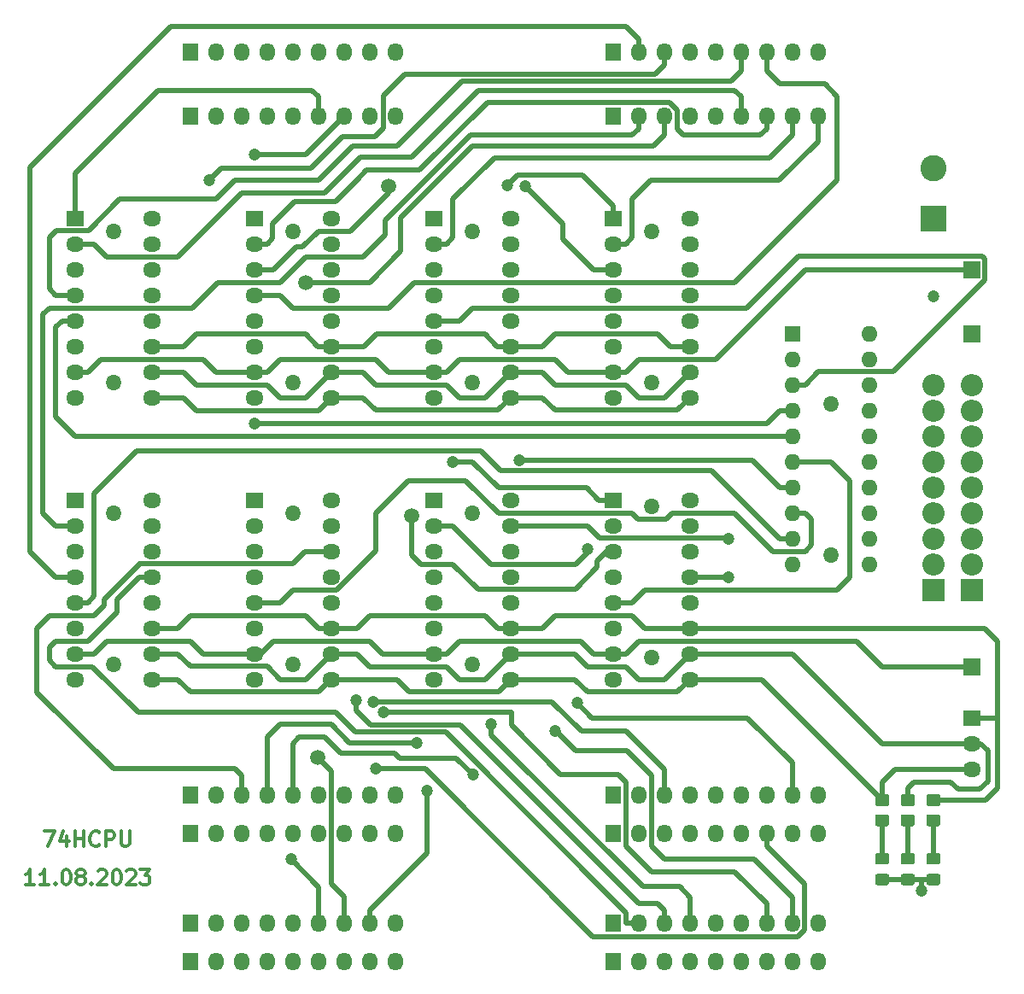
<source format=gbr>
%TF.GenerationSoftware,KiCad,Pcbnew,(5.1.8)-1*%
%TF.CreationDate,2023-08-11T23:22:33+03:00*%
%TF.ProjectId,MUX8x1-v5,4d555838-7831-42d7-9635-2e6b69636164,rev?*%
%TF.SameCoordinates,Original*%
%TF.FileFunction,Copper,L1,Top*%
%TF.FilePolarity,Positive*%
%FSLAX46Y46*%
G04 Gerber Fmt 4.6, Leading zero omitted, Abs format (unit mm)*
G04 Created by KiCad (PCBNEW (5.1.8)-1) date 2023-08-11 23:22:33*
%MOMM*%
%LPD*%
G01*
G04 APERTURE LIST*
%TA.AperFunction,NonConductor*%
%ADD10C,0.300000*%
%TD*%
%TA.AperFunction,ComponentPad*%
%ADD11R,1.700000X1.700000*%
%TD*%
%TA.AperFunction,ComponentPad*%
%ADD12O,1.500000X1.600000*%
%TD*%
%TA.AperFunction,ComponentPad*%
%ADD13O,1.600000X1.600000*%
%TD*%
%TA.AperFunction,ComponentPad*%
%ADD14R,1.600000X1.600000*%
%TD*%
%TA.AperFunction,ComponentPad*%
%ADD15O,2.200000X2.200000*%
%TD*%
%TA.AperFunction,ComponentPad*%
%ADD16R,2.200000X2.200000*%
%TD*%
%TA.AperFunction,ComponentPad*%
%ADD17O,1.500000X1.800000*%
%TD*%
%TA.AperFunction,ComponentPad*%
%ADD18R,1.500000X1.800000*%
%TD*%
%TA.AperFunction,ComponentPad*%
%ADD19O,1.800000X1.500000*%
%TD*%
%TA.AperFunction,ComponentPad*%
%ADD20R,1.800000X1.500000*%
%TD*%
%TA.AperFunction,ComponentPad*%
%ADD21C,2.600000*%
%TD*%
%TA.AperFunction,ComponentPad*%
%ADD22R,2.600000X2.600000*%
%TD*%
%TA.AperFunction,ViaPad*%
%ADD23C,1.200000*%
%TD*%
%TA.AperFunction,ViaPad*%
%ADD24C,1.500000*%
%TD*%
%TA.AperFunction,Conductor*%
%ADD25C,0.500000*%
%TD*%
G04 APERTURE END LIST*
D10*
X58214285Y-125773571D02*
X57357142Y-125773571D01*
X57785714Y-125773571D02*
X57785714Y-124273571D01*
X57642857Y-124487857D01*
X57500000Y-124630714D01*
X57357142Y-124702142D01*
X59642857Y-125773571D02*
X58785714Y-125773571D01*
X59214285Y-125773571D02*
X59214285Y-124273571D01*
X59071428Y-124487857D01*
X58928571Y-124630714D01*
X58785714Y-124702142D01*
X60285714Y-125630714D02*
X60357142Y-125702142D01*
X60285714Y-125773571D01*
X60214285Y-125702142D01*
X60285714Y-125630714D01*
X60285714Y-125773571D01*
X61285714Y-124273571D02*
X61428571Y-124273571D01*
X61571428Y-124345000D01*
X61642857Y-124416428D01*
X61714285Y-124559285D01*
X61785714Y-124845000D01*
X61785714Y-125202142D01*
X61714285Y-125487857D01*
X61642857Y-125630714D01*
X61571428Y-125702142D01*
X61428571Y-125773571D01*
X61285714Y-125773571D01*
X61142857Y-125702142D01*
X61071428Y-125630714D01*
X61000000Y-125487857D01*
X60928571Y-125202142D01*
X60928571Y-124845000D01*
X61000000Y-124559285D01*
X61071428Y-124416428D01*
X61142857Y-124345000D01*
X61285714Y-124273571D01*
X62642857Y-124916428D02*
X62500000Y-124845000D01*
X62428571Y-124773571D01*
X62357142Y-124630714D01*
X62357142Y-124559285D01*
X62428571Y-124416428D01*
X62500000Y-124345000D01*
X62642857Y-124273571D01*
X62928571Y-124273571D01*
X63071428Y-124345000D01*
X63142857Y-124416428D01*
X63214285Y-124559285D01*
X63214285Y-124630714D01*
X63142857Y-124773571D01*
X63071428Y-124845000D01*
X62928571Y-124916428D01*
X62642857Y-124916428D01*
X62500000Y-124987857D01*
X62428571Y-125059285D01*
X62357142Y-125202142D01*
X62357142Y-125487857D01*
X62428571Y-125630714D01*
X62500000Y-125702142D01*
X62642857Y-125773571D01*
X62928571Y-125773571D01*
X63071428Y-125702142D01*
X63142857Y-125630714D01*
X63214285Y-125487857D01*
X63214285Y-125202142D01*
X63142857Y-125059285D01*
X63071428Y-124987857D01*
X62928571Y-124916428D01*
X63857142Y-125630714D02*
X63928571Y-125702142D01*
X63857142Y-125773571D01*
X63785714Y-125702142D01*
X63857142Y-125630714D01*
X63857142Y-125773571D01*
X64500000Y-124416428D02*
X64571428Y-124345000D01*
X64714285Y-124273571D01*
X65071428Y-124273571D01*
X65214285Y-124345000D01*
X65285714Y-124416428D01*
X65357142Y-124559285D01*
X65357142Y-124702142D01*
X65285714Y-124916428D01*
X64428571Y-125773571D01*
X65357142Y-125773571D01*
X66285714Y-124273571D02*
X66428571Y-124273571D01*
X66571428Y-124345000D01*
X66642857Y-124416428D01*
X66714285Y-124559285D01*
X66785714Y-124845000D01*
X66785714Y-125202142D01*
X66714285Y-125487857D01*
X66642857Y-125630714D01*
X66571428Y-125702142D01*
X66428571Y-125773571D01*
X66285714Y-125773571D01*
X66142857Y-125702142D01*
X66071428Y-125630714D01*
X66000000Y-125487857D01*
X65928571Y-125202142D01*
X65928571Y-124845000D01*
X66000000Y-124559285D01*
X66071428Y-124416428D01*
X66142857Y-124345000D01*
X66285714Y-124273571D01*
X67357142Y-124416428D02*
X67428571Y-124345000D01*
X67571428Y-124273571D01*
X67928571Y-124273571D01*
X68071428Y-124345000D01*
X68142857Y-124416428D01*
X68214285Y-124559285D01*
X68214285Y-124702142D01*
X68142857Y-124916428D01*
X67285714Y-125773571D01*
X68214285Y-125773571D01*
X68714285Y-124273571D02*
X69642857Y-124273571D01*
X69142857Y-124845000D01*
X69357142Y-124845000D01*
X69500000Y-124916428D01*
X69571428Y-124987857D01*
X69642857Y-125130714D01*
X69642857Y-125487857D01*
X69571428Y-125630714D01*
X69500000Y-125702142D01*
X69357142Y-125773571D01*
X68928571Y-125773571D01*
X68785714Y-125702142D01*
X68714285Y-125630714D01*
X59214285Y-120463571D02*
X60214285Y-120463571D01*
X59571428Y-121963571D01*
X61428571Y-120963571D02*
X61428571Y-121963571D01*
X61071428Y-120392142D02*
X60714285Y-121463571D01*
X61642857Y-121463571D01*
X62214285Y-121963571D02*
X62214285Y-120463571D01*
X62214285Y-121177857D02*
X63071428Y-121177857D01*
X63071428Y-121963571D02*
X63071428Y-120463571D01*
X64642857Y-121820714D02*
X64571428Y-121892142D01*
X64357142Y-121963571D01*
X64214285Y-121963571D01*
X64000000Y-121892142D01*
X63857142Y-121749285D01*
X63785714Y-121606428D01*
X63714285Y-121320714D01*
X63714285Y-121106428D01*
X63785714Y-120820714D01*
X63857142Y-120677857D01*
X64000000Y-120535000D01*
X64214285Y-120463571D01*
X64357142Y-120463571D01*
X64571428Y-120535000D01*
X64642857Y-120606428D01*
X65285714Y-121963571D02*
X65285714Y-120463571D01*
X65857142Y-120463571D01*
X66000000Y-120535000D01*
X66071428Y-120606428D01*
X66142857Y-120749285D01*
X66142857Y-120963571D01*
X66071428Y-121106428D01*
X66000000Y-121177857D01*
X65857142Y-121249285D01*
X65285714Y-121249285D01*
X66785714Y-120463571D02*
X66785714Y-121677857D01*
X66857142Y-121820714D01*
X66928571Y-121892142D01*
X67071428Y-121963571D01*
X67357142Y-121963571D01*
X67500000Y-121892142D01*
X67571428Y-121820714D01*
X67642857Y-121677857D01*
X67642857Y-120463571D01*
D11*
%TO.P,J13,1*%
%TO.N,/~EL*%
X151130000Y-104140000D03*
%TD*%
%TO.P,R6,2*%
%TO.N,/S2*%
%TA.AperFunction,SMDPad,CuDef*%
G36*
G01*
X142690001Y-117980000D02*
X141789999Y-117980000D01*
G75*
G02*
X141540000Y-117730001I0J249999D01*
G01*
X141540000Y-117029999D01*
G75*
G02*
X141789999Y-116780000I249999J0D01*
G01*
X142690001Y-116780000D01*
G75*
G02*
X142940000Y-117029999I0J-249999D01*
G01*
X142940000Y-117730001D01*
G75*
G02*
X142690001Y-117980000I-249999J0D01*
G01*
G37*
%TD.AperFunction*%
%TO.P,R6,1*%
%TO.N,Net-(D3-Pad2)*%
%TA.AperFunction,SMDPad,CuDef*%
G36*
G01*
X142690001Y-119980000D02*
X141789999Y-119980000D01*
G75*
G02*
X141540000Y-119730001I0J249999D01*
G01*
X141540000Y-119029999D01*
G75*
G02*
X141789999Y-118780000I249999J0D01*
G01*
X142690001Y-118780000D01*
G75*
G02*
X142940000Y-119029999I0J-249999D01*
G01*
X142940000Y-119730001D01*
G75*
G02*
X142690001Y-119980000I-249999J0D01*
G01*
G37*
%TD.AperFunction*%
%TD*%
%TO.P,R5,2*%
%TO.N,/S1*%
%TA.AperFunction,SMDPad,CuDef*%
G36*
G01*
X145230001Y-117980000D02*
X144329999Y-117980000D01*
G75*
G02*
X144080000Y-117730001I0J249999D01*
G01*
X144080000Y-117029999D01*
G75*
G02*
X144329999Y-116780000I249999J0D01*
G01*
X145230001Y-116780000D01*
G75*
G02*
X145480000Y-117029999I0J-249999D01*
G01*
X145480000Y-117730001D01*
G75*
G02*
X145230001Y-117980000I-249999J0D01*
G01*
G37*
%TD.AperFunction*%
%TO.P,R5,1*%
%TO.N,Net-(D2-Pad2)*%
%TA.AperFunction,SMDPad,CuDef*%
G36*
G01*
X145230001Y-119980000D02*
X144329999Y-119980000D01*
G75*
G02*
X144080000Y-119730001I0J249999D01*
G01*
X144080000Y-119029999D01*
G75*
G02*
X144329999Y-118780000I249999J0D01*
G01*
X145230001Y-118780000D01*
G75*
G02*
X145480000Y-119029999I0J-249999D01*
G01*
X145480000Y-119730001D01*
G75*
G02*
X145230001Y-119980000I-249999J0D01*
G01*
G37*
%TD.AperFunction*%
%TD*%
%TO.P,R4,2*%
%TO.N,/S0*%
%TA.AperFunction,SMDPad,CuDef*%
G36*
G01*
X147770001Y-117980000D02*
X146869999Y-117980000D01*
G75*
G02*
X146620000Y-117730001I0J249999D01*
G01*
X146620000Y-117029999D01*
G75*
G02*
X146869999Y-116780000I249999J0D01*
G01*
X147770001Y-116780000D01*
G75*
G02*
X148020000Y-117029999I0J-249999D01*
G01*
X148020000Y-117730001D01*
G75*
G02*
X147770001Y-117980000I-249999J0D01*
G01*
G37*
%TD.AperFunction*%
%TO.P,R4,1*%
%TO.N,Net-(D1-Pad2)*%
%TA.AperFunction,SMDPad,CuDef*%
G36*
G01*
X147770001Y-119980000D02*
X146869999Y-119980000D01*
G75*
G02*
X146620000Y-119730001I0J249999D01*
G01*
X146620000Y-119029999D01*
G75*
G02*
X146869999Y-118780000I249999J0D01*
G01*
X147770001Y-118780000D01*
G75*
G02*
X148020000Y-119029999I0J-249999D01*
G01*
X148020000Y-119730001D01*
G75*
G02*
X147770001Y-119980000I-249999J0D01*
G01*
G37*
%TD.AperFunction*%
%TD*%
%TO.P,D3,2*%
%TO.N,Net-(D3-Pad2)*%
%TA.AperFunction,SMDPad,CuDef*%
G36*
G01*
X142690001Y-123765000D02*
X141789999Y-123765000D01*
G75*
G02*
X141540000Y-123515001I0J249999D01*
G01*
X141540000Y-122864999D01*
G75*
G02*
X141789999Y-122615000I249999J0D01*
G01*
X142690001Y-122615000D01*
G75*
G02*
X142940000Y-122864999I0J-249999D01*
G01*
X142940000Y-123515001D01*
G75*
G02*
X142690001Y-123765000I-249999J0D01*
G01*
G37*
%TD.AperFunction*%
%TO.P,D3,1*%
%TO.N,GND*%
%TA.AperFunction,SMDPad,CuDef*%
G36*
G01*
X142690001Y-125815000D02*
X141789999Y-125815000D01*
G75*
G02*
X141540000Y-125565001I0J249999D01*
G01*
X141540000Y-124914999D01*
G75*
G02*
X141789999Y-124665000I249999J0D01*
G01*
X142690001Y-124665000D01*
G75*
G02*
X142940000Y-124914999I0J-249999D01*
G01*
X142940000Y-125565001D01*
G75*
G02*
X142690001Y-125815000I-249999J0D01*
G01*
G37*
%TD.AperFunction*%
%TD*%
%TO.P,D2,2*%
%TO.N,Net-(D2-Pad2)*%
%TA.AperFunction,SMDPad,CuDef*%
G36*
G01*
X145230001Y-123765000D02*
X144329999Y-123765000D01*
G75*
G02*
X144080000Y-123515001I0J249999D01*
G01*
X144080000Y-122864999D01*
G75*
G02*
X144329999Y-122615000I249999J0D01*
G01*
X145230001Y-122615000D01*
G75*
G02*
X145480000Y-122864999I0J-249999D01*
G01*
X145480000Y-123515001D01*
G75*
G02*
X145230001Y-123765000I-249999J0D01*
G01*
G37*
%TD.AperFunction*%
%TO.P,D2,1*%
%TO.N,GND*%
%TA.AperFunction,SMDPad,CuDef*%
G36*
G01*
X145230001Y-125815000D02*
X144329999Y-125815000D01*
G75*
G02*
X144080000Y-125565001I0J249999D01*
G01*
X144080000Y-124914999D01*
G75*
G02*
X144329999Y-124665000I249999J0D01*
G01*
X145230001Y-124665000D01*
G75*
G02*
X145480000Y-124914999I0J-249999D01*
G01*
X145480000Y-125565001D01*
G75*
G02*
X145230001Y-125815000I-249999J0D01*
G01*
G37*
%TD.AperFunction*%
%TD*%
%TO.P,D1,2*%
%TO.N,Net-(D1-Pad2)*%
%TA.AperFunction,SMDPad,CuDef*%
G36*
G01*
X147770001Y-123765000D02*
X146869999Y-123765000D01*
G75*
G02*
X146620000Y-123515001I0J249999D01*
G01*
X146620000Y-122864999D01*
G75*
G02*
X146869999Y-122615000I249999J0D01*
G01*
X147770001Y-122615000D01*
G75*
G02*
X148020000Y-122864999I0J-249999D01*
G01*
X148020000Y-123515001D01*
G75*
G02*
X147770001Y-123765000I-249999J0D01*
G01*
G37*
%TD.AperFunction*%
%TO.P,D1,1*%
%TO.N,GND*%
%TA.AperFunction,SMDPad,CuDef*%
G36*
G01*
X147770001Y-125815000D02*
X146869999Y-125815000D01*
G75*
G02*
X146620000Y-125565001I0J249999D01*
G01*
X146620000Y-124914999D01*
G75*
G02*
X146869999Y-124665000I249999J0D01*
G01*
X147770001Y-124665000D01*
G75*
G02*
X148020000Y-124914999I0J-249999D01*
G01*
X148020000Y-125565001D01*
G75*
G02*
X147770001Y-125815000I-249999J0D01*
G01*
G37*
%TD.AperFunction*%
%TD*%
D12*
%TO.P,C9,2*%
%TO.N,GND*%
X137160000Y-93105000D03*
%TO.P,C9,1*%
%TO.N,VCC*%
X137160000Y-78105000D03*
%TD*%
D13*
%TO.P,U9,20*%
%TO.N,VCC*%
X140970000Y-71120000D03*
%TO.P,U9,10*%
%TO.N,GND*%
X133350000Y-93980000D03*
%TO.P,U9,19*%
%TO.N,/~OE*%
X140970000Y-73660000D03*
%TO.P,U9,9*%
%TO.N,/O0*%
X133350000Y-91440000D03*
%TO.P,U9,18*%
%TO.N,/BUS7*%
X140970000Y-76200000D03*
%TO.P,U9,8*%
%TO.N,/O1*%
X133350000Y-88900000D03*
%TO.P,U9,17*%
%TO.N,/BUS6*%
X140970000Y-78740000D03*
%TO.P,U9,7*%
%TO.N,/O2*%
X133350000Y-86360000D03*
%TO.P,U9,16*%
%TO.N,/BUS5*%
X140970000Y-81280000D03*
%TO.P,U9,6*%
%TO.N,/O3*%
X133350000Y-83820000D03*
%TO.P,U9,15*%
%TO.N,/BUS4*%
X140970000Y-83820000D03*
%TO.P,U9,5*%
%TO.N,/O4*%
X133350000Y-81280000D03*
%TO.P,U9,14*%
%TO.N,/BUS3*%
X140970000Y-86360000D03*
%TO.P,U9,4*%
%TO.N,/O5*%
X133350000Y-78740000D03*
%TO.P,U9,13*%
%TO.N,/BUS2*%
X140970000Y-88900000D03*
%TO.P,U9,3*%
%TO.N,/O6*%
X133350000Y-76200000D03*
%TO.P,U9,12*%
%TO.N,/BUS1*%
X140970000Y-91440000D03*
%TO.P,U9,2*%
%TO.N,/O7*%
X133350000Y-73660000D03*
%TO.P,U9,11*%
%TO.N,/BUS0*%
X140970000Y-93980000D03*
D14*
%TO.P,U9,1*%
%TO.N,Net-(R2-Pad1)*%
X133350000Y-71120000D03*
%TD*%
D11*
%TO.P,J7,1*%
%TO.N,/~OE*%
X151130000Y-71120000D03*
%TD*%
D15*
%TO.P,J3,9*%
%TO.N,/BUS7*%
X147320000Y-76200000D03*
%TO.P,J3,8*%
%TO.N,/BUS6*%
X147320000Y-78740000D03*
%TO.P,J3,7*%
%TO.N,/BUS5*%
X147320000Y-81280000D03*
%TO.P,J3,6*%
%TO.N,/BUS4*%
X147320000Y-83820000D03*
%TO.P,J3,5*%
%TO.N,/BUS3*%
X147320000Y-86360000D03*
%TO.P,J3,4*%
%TO.N,/BUS2*%
X147320000Y-88900000D03*
%TO.P,J3,3*%
%TO.N,/BUS1*%
X147320000Y-91440000D03*
%TO.P,J3,2*%
%TO.N,/BUS0*%
X147320000Y-93980000D03*
D16*
%TO.P,J3,1*%
%TO.N,GND*%
X147320000Y-96520000D03*
%TD*%
D15*
%TO.P,J21,9*%
%TO.N,/BUS7*%
X151130000Y-76200000D03*
%TO.P,J21,8*%
%TO.N,/BUS6*%
X151130000Y-78740000D03*
%TO.P,J21,7*%
%TO.N,/BUS5*%
X151130000Y-81280000D03*
%TO.P,J21,6*%
%TO.N,/BUS4*%
X151130000Y-83820000D03*
%TO.P,J21,5*%
%TO.N,/BUS3*%
X151130000Y-86360000D03*
%TO.P,J21,4*%
%TO.N,/BUS2*%
X151130000Y-88900000D03*
%TO.P,J21,3*%
%TO.N,/BUS1*%
X151130000Y-91440000D03*
%TO.P,J21,2*%
%TO.N,/BUS0*%
X151130000Y-93980000D03*
D16*
%TO.P,J21,1*%
%TO.N,GND*%
X151130000Y-96520000D03*
%TD*%
D17*
%TO.P,J18,9*%
%TO.N,/H7*%
X93980000Y-129540000D03*
%TO.P,J18,8*%
%TO.N,/H6*%
X91440000Y-129540000D03*
%TO.P,J18,7*%
%TO.N,/H5*%
X88900000Y-129540000D03*
%TO.P,J18,6*%
%TO.N,/H4*%
X86360000Y-129540000D03*
%TO.P,J18,5*%
%TO.N,/H3*%
X83820000Y-129540000D03*
%TO.P,J18,4*%
%TO.N,/H2*%
X81280000Y-129540000D03*
%TO.P,J18,3*%
%TO.N,/H1*%
X78740000Y-129540000D03*
%TO.P,J18,2*%
%TO.N,/H0*%
X76200000Y-129540000D03*
D18*
%TO.P,J18,1*%
%TO.N,GND*%
X73660000Y-129540000D03*
%TD*%
D17*
%TO.P,J16,9*%
%TO.N,/H7*%
X93980000Y-133350000D03*
%TO.P,J16,8*%
%TO.N,/H6*%
X91440000Y-133350000D03*
%TO.P,J16,7*%
%TO.N,/H5*%
X88900000Y-133350000D03*
%TO.P,J16,6*%
%TO.N,/H4*%
X86360000Y-133350000D03*
%TO.P,J16,5*%
%TO.N,/H3*%
X83820000Y-133350000D03*
%TO.P,J16,4*%
%TO.N,/H2*%
X81280000Y-133350000D03*
%TO.P,J16,3*%
%TO.N,/H1*%
X78740000Y-133350000D03*
%TO.P,J16,2*%
%TO.N,/H0*%
X76200000Y-133350000D03*
D18*
%TO.P,J16,1*%
%TO.N,GND*%
X73660000Y-133350000D03*
%TD*%
D17*
%TO.P,J15,9*%
%TO.N,/D7*%
X93980000Y-49530000D03*
%TO.P,J15,8*%
%TO.N,/D6*%
X91440000Y-49530000D03*
%TO.P,J15,7*%
%TO.N,/D5*%
X88900000Y-49530000D03*
%TO.P,J15,6*%
%TO.N,/D4*%
X86360000Y-49530000D03*
%TO.P,J15,5*%
%TO.N,/D3*%
X83820000Y-49530000D03*
%TO.P,J15,4*%
%TO.N,/D2*%
X81280000Y-49530000D03*
%TO.P,J15,3*%
%TO.N,/D1*%
X78740000Y-49530000D03*
%TO.P,J15,2*%
%TO.N,/D0*%
X76200000Y-49530000D03*
D18*
%TO.P,J15,1*%
%TO.N,GND*%
X73660000Y-49530000D03*
%TD*%
D17*
%TO.P,J14,9*%
%TO.N,/G7*%
X135890000Y-133350000D03*
%TO.P,J14,8*%
%TO.N,/G6*%
X133350000Y-133350000D03*
%TO.P,J14,7*%
%TO.N,/G5*%
X130810000Y-133350000D03*
%TO.P,J14,6*%
%TO.N,/G4*%
X128270000Y-133350000D03*
%TO.P,J14,5*%
%TO.N,/G3*%
X125730000Y-133350000D03*
%TO.P,J14,4*%
%TO.N,/G2*%
X123190000Y-133350000D03*
%TO.P,J14,3*%
%TO.N,/G1*%
X120650000Y-133350000D03*
%TO.P,J14,2*%
%TO.N,/G0*%
X118110000Y-133350000D03*
D18*
%TO.P,J14,1*%
%TO.N,GND*%
X115570000Y-133350000D03*
%TD*%
D17*
%TO.P,J12,9*%
%TO.N,/G7*%
X135890000Y-129540000D03*
%TO.P,J12,8*%
%TO.N,/G6*%
X133350000Y-129540000D03*
%TO.P,J12,7*%
%TO.N,/G5*%
X130810000Y-129540000D03*
%TO.P,J12,6*%
%TO.N,/G4*%
X128270000Y-129540000D03*
%TO.P,J12,5*%
%TO.N,/G3*%
X125730000Y-129540000D03*
%TO.P,J12,4*%
%TO.N,/G2*%
X123190000Y-129540000D03*
%TO.P,J12,3*%
%TO.N,/G1*%
X120650000Y-129540000D03*
%TO.P,J12,2*%
%TO.N,/G0*%
X118110000Y-129540000D03*
D18*
%TO.P,J12,1*%
%TO.N,GND*%
X115570000Y-129540000D03*
%TD*%
D17*
%TO.P,J11,9*%
%TO.N,/C7*%
X135890000Y-49530000D03*
%TO.P,J11,8*%
%TO.N,/C6*%
X133350000Y-49530000D03*
%TO.P,J11,7*%
%TO.N,/C5*%
X130810000Y-49530000D03*
%TO.P,J11,6*%
%TO.N,/C4*%
X128270000Y-49530000D03*
%TO.P,J11,5*%
%TO.N,/C3*%
X125730000Y-49530000D03*
%TO.P,J11,4*%
%TO.N,/C2*%
X123190000Y-49530000D03*
%TO.P,J11,3*%
%TO.N,/C1*%
X120650000Y-49530000D03*
%TO.P,J11,2*%
%TO.N,/C0*%
X118110000Y-49530000D03*
D18*
%TO.P,J11,1*%
%TO.N,GND*%
X115570000Y-49530000D03*
%TD*%
D17*
%TO.P,J8,9*%
%TO.N,/F7*%
X93980000Y-116880000D03*
%TO.P,J8,8*%
%TO.N,/F6*%
X91440000Y-116880000D03*
%TO.P,J8,7*%
%TO.N,/F5*%
X88900000Y-116880000D03*
%TO.P,J8,6*%
%TO.N,/F4*%
X86360000Y-116880000D03*
%TO.P,J8,5*%
%TO.N,/F3*%
X83820000Y-116880000D03*
%TO.P,J8,4*%
%TO.N,/F2*%
X81280000Y-116880000D03*
%TO.P,J8,3*%
%TO.N,/F1*%
X78740000Y-116880000D03*
%TO.P,J8,2*%
%TO.N,/F0*%
X76200000Y-116880000D03*
D18*
%TO.P,J8,1*%
%TO.N,GND*%
X73660000Y-116880000D03*
%TD*%
D17*
%TO.P,J6,9*%
%TO.N,/F7*%
X93980000Y-120650000D03*
%TO.P,J6,8*%
%TO.N,/F6*%
X91440000Y-120650000D03*
%TO.P,J6,7*%
%TO.N,/F5*%
X88900000Y-120650000D03*
%TO.P,J6,6*%
%TO.N,/F4*%
X86360000Y-120650000D03*
%TO.P,J6,5*%
%TO.N,/F3*%
X83820000Y-120650000D03*
%TO.P,J6,4*%
%TO.N,/F2*%
X81280000Y-120650000D03*
%TO.P,J6,3*%
%TO.N,/F1*%
X78740000Y-120650000D03*
%TO.P,J6,2*%
%TO.N,/F0*%
X76200000Y-120650000D03*
D18*
%TO.P,J6,1*%
%TO.N,GND*%
X73660000Y-120650000D03*
%TD*%
D17*
%TO.P,J5,9*%
%TO.N,/B7*%
X93980000Y-43180000D03*
%TO.P,J5,8*%
%TO.N,/B6*%
X91440000Y-43180000D03*
%TO.P,J5,7*%
%TO.N,/B5*%
X88900000Y-43180000D03*
%TO.P,J5,6*%
%TO.N,/B4*%
X86360000Y-43180000D03*
%TO.P,J5,5*%
%TO.N,/B3*%
X83820000Y-43180000D03*
%TO.P,J5,4*%
%TO.N,/B2*%
X81280000Y-43180000D03*
%TO.P,J5,3*%
%TO.N,/B1*%
X78740000Y-43180000D03*
%TO.P,J5,2*%
%TO.N,/B0*%
X76200000Y-43180000D03*
D18*
%TO.P,J5,1*%
%TO.N,GND*%
X73660000Y-43180000D03*
%TD*%
D17*
%TO.P,J4,9*%
%TO.N,/E7*%
X135890000Y-116840000D03*
%TO.P,J4,8*%
%TO.N,/E6*%
X133350000Y-116840000D03*
%TO.P,J4,7*%
%TO.N,/E5*%
X130810000Y-116840000D03*
%TO.P,J4,6*%
%TO.N,/E4*%
X128270000Y-116840000D03*
%TO.P,J4,5*%
%TO.N,/E3*%
X125730000Y-116840000D03*
%TO.P,J4,4*%
%TO.N,/E2*%
X123190000Y-116840000D03*
%TO.P,J4,3*%
%TO.N,/E1*%
X120650000Y-116840000D03*
%TO.P,J4,2*%
%TO.N,/E0*%
X118110000Y-116840000D03*
D18*
%TO.P,J4,1*%
%TO.N,GND*%
X115570000Y-116840000D03*
%TD*%
D17*
%TO.P,J2,9*%
%TO.N,/E7*%
X135890000Y-120650000D03*
%TO.P,J2,8*%
%TO.N,/E6*%
X133350000Y-120650000D03*
%TO.P,J2,7*%
%TO.N,/E5*%
X130810000Y-120650000D03*
%TO.P,J2,6*%
%TO.N,/E4*%
X128270000Y-120650000D03*
%TO.P,J2,5*%
%TO.N,/E3*%
X125730000Y-120650000D03*
%TO.P,J2,4*%
%TO.N,/E2*%
X123190000Y-120650000D03*
%TO.P,J2,3*%
%TO.N,/E1*%
X120650000Y-120650000D03*
%TO.P,J2,2*%
%TO.N,/E0*%
X118110000Y-120650000D03*
D18*
%TO.P,J2,1*%
%TO.N,GND*%
X115570000Y-120650000D03*
%TD*%
D17*
%TO.P,J1,9*%
%TO.N,/A7*%
X135890000Y-43180000D03*
%TO.P,J1,8*%
%TO.N,/A6*%
X133350000Y-43180000D03*
%TO.P,J1,7*%
%TO.N,/A5*%
X130810000Y-43180000D03*
%TO.P,J1,6*%
%TO.N,/A4*%
X128270000Y-43180000D03*
%TO.P,J1,5*%
%TO.N,/A3*%
X125730000Y-43180000D03*
%TO.P,J1,4*%
%TO.N,/A2*%
X123190000Y-43180000D03*
%TO.P,J1,3*%
%TO.N,/A1*%
X120650000Y-43180000D03*
%TO.P,J1,2*%
%TO.N,/A0*%
X118110000Y-43180000D03*
D18*
%TO.P,J1,1*%
%TO.N,GND*%
X115570000Y-43180000D03*
%TD*%
D12*
%TO.P,C8,2*%
%TO.N,GND*%
X119380000Y-75960000D03*
%TO.P,C8,1*%
%TO.N,VCC*%
X119380000Y-60960000D03*
%TD*%
%TO.P,C7,2*%
%TO.N,GND*%
X101600000Y-75960000D03*
%TO.P,C7,1*%
%TO.N,VCC*%
X101600000Y-60960000D03*
%TD*%
%TO.P,C6,2*%
%TO.N,GND*%
X83820000Y-75960000D03*
%TO.P,C6,1*%
%TO.N,VCC*%
X83820000Y-60960000D03*
%TD*%
%TO.P,C5,2*%
%TO.N,GND*%
X66040000Y-75960000D03*
%TO.P,C5,1*%
%TO.N,VCC*%
X66040000Y-60960000D03*
%TD*%
%TO.P,C4,2*%
%TO.N,GND*%
X119380000Y-103265000D03*
%TO.P,C4,1*%
%TO.N,VCC*%
X119380000Y-88265000D03*
%TD*%
%TO.P,C3,2*%
%TO.N,GND*%
X101600000Y-103900000D03*
%TO.P,C3,1*%
%TO.N,VCC*%
X101600000Y-88900000D03*
%TD*%
%TO.P,C2,2*%
%TO.N,GND*%
X83820000Y-103900000D03*
%TO.P,C2,1*%
%TO.N,VCC*%
X83820000Y-88900000D03*
%TD*%
%TO.P,C1,2*%
%TO.N,GND*%
X66040000Y-103900000D03*
%TO.P,C1,1*%
%TO.N,VCC*%
X66040000Y-88900000D03*
%TD*%
D19*
%TO.P,U8,16*%
%TO.N,VCC*%
X123190000Y-59690000D03*
%TO.P,U8,8*%
%TO.N,GND*%
X115570000Y-77470000D03*
%TO.P,U8,15*%
%TO.N,/E7*%
X123190000Y-62230000D03*
%TO.P,U8,7*%
%TO.N,/~EH*%
X115570000Y-74930000D03*
%TO.P,U8,14*%
%TO.N,/F7*%
X123190000Y-64770000D03*
%TO.P,U8,6*%
%TO.N,Net-(U8-Pad6)*%
X115570000Y-72390000D03*
%TO.P,U8,13*%
%TO.N,/G7*%
X123190000Y-67310000D03*
%TO.P,U8,5*%
%TO.N,/O7*%
X115570000Y-69850000D03*
%TO.P,U8,12*%
%TO.N,/H7*%
X123190000Y-69850000D03*
%TO.P,U8,4*%
%TO.N,/A7*%
X115570000Y-67310000D03*
%TO.P,U8,11*%
%TO.N,/S0*%
X123190000Y-72390000D03*
%TO.P,U8,3*%
%TO.N,/B7*%
X115570000Y-64770000D03*
%TO.P,U8,10*%
%TO.N,/S1*%
X123190000Y-74930000D03*
%TO.P,U8,2*%
%TO.N,/C7*%
X115570000Y-62230000D03*
%TO.P,U8,9*%
%TO.N,/S2*%
X123190000Y-77470000D03*
D20*
%TO.P,U8,1*%
%TO.N,/D7*%
X115570000Y-59690000D03*
%TD*%
D19*
%TO.P,U7,16*%
%TO.N,VCC*%
X105410000Y-59690000D03*
%TO.P,U7,8*%
%TO.N,GND*%
X97790000Y-77470000D03*
%TO.P,U7,15*%
%TO.N,/E6*%
X105410000Y-62230000D03*
%TO.P,U7,7*%
%TO.N,/~EH*%
X97790000Y-74930000D03*
%TO.P,U7,14*%
%TO.N,/F6*%
X105410000Y-64770000D03*
%TO.P,U7,6*%
%TO.N,Net-(U7-Pad6)*%
X97790000Y-72390000D03*
%TO.P,U7,13*%
%TO.N,/G6*%
X105410000Y-67310000D03*
%TO.P,U7,5*%
%TO.N,/O6*%
X97790000Y-69850000D03*
%TO.P,U7,12*%
%TO.N,/H6*%
X105410000Y-69850000D03*
%TO.P,U7,4*%
%TO.N,/A6*%
X97790000Y-67310000D03*
%TO.P,U7,11*%
%TO.N,/S0*%
X105410000Y-72390000D03*
%TO.P,U7,3*%
%TO.N,/B6*%
X97790000Y-64770000D03*
%TO.P,U7,10*%
%TO.N,/S1*%
X105410000Y-74930000D03*
%TO.P,U7,2*%
%TO.N,/C6*%
X97790000Y-62230000D03*
%TO.P,U7,9*%
%TO.N,/S2*%
X105410000Y-77470000D03*
D20*
%TO.P,U7,1*%
%TO.N,/D6*%
X97790000Y-59690000D03*
%TD*%
D19*
%TO.P,U6,16*%
%TO.N,VCC*%
X87630000Y-59690000D03*
%TO.P,U6,8*%
%TO.N,GND*%
X80010000Y-77470000D03*
%TO.P,U6,15*%
%TO.N,/E5*%
X87630000Y-62230000D03*
%TO.P,U6,7*%
%TO.N,/~EH*%
X80010000Y-74930000D03*
%TO.P,U6,14*%
%TO.N,/F5*%
X87630000Y-64770000D03*
%TO.P,U6,6*%
%TO.N,Net-(U6-Pad6)*%
X80010000Y-72390000D03*
%TO.P,U6,13*%
%TO.N,/G5*%
X87630000Y-67310000D03*
%TO.P,U6,5*%
%TO.N,/O5*%
X80010000Y-69850000D03*
%TO.P,U6,12*%
%TO.N,/H5*%
X87630000Y-69850000D03*
%TO.P,U6,4*%
%TO.N,/A5*%
X80010000Y-67310000D03*
%TO.P,U6,11*%
%TO.N,/S0*%
X87630000Y-72390000D03*
%TO.P,U6,3*%
%TO.N,/B5*%
X80010000Y-64770000D03*
%TO.P,U6,10*%
%TO.N,/S1*%
X87630000Y-74930000D03*
%TO.P,U6,2*%
%TO.N,/C5*%
X80010000Y-62230000D03*
%TO.P,U6,9*%
%TO.N,/S2*%
X87630000Y-77470000D03*
D20*
%TO.P,U6,1*%
%TO.N,/D5*%
X80010000Y-59690000D03*
%TD*%
D19*
%TO.P,U5,16*%
%TO.N,VCC*%
X69850000Y-59690000D03*
%TO.P,U5,8*%
%TO.N,GND*%
X62230000Y-77470000D03*
%TO.P,U5,15*%
%TO.N,/E4*%
X69850000Y-62230000D03*
%TO.P,U5,7*%
%TO.N,/~EH*%
X62230000Y-74930000D03*
%TO.P,U5,14*%
%TO.N,/F4*%
X69850000Y-64770000D03*
%TO.P,U5,6*%
%TO.N,Net-(U5-Pad6)*%
X62230000Y-72390000D03*
%TO.P,U5,13*%
%TO.N,/G4*%
X69850000Y-67310000D03*
%TO.P,U5,5*%
%TO.N,/O4*%
X62230000Y-69850000D03*
%TO.P,U5,12*%
%TO.N,/H4*%
X69850000Y-69850000D03*
%TO.P,U5,4*%
%TO.N,/A4*%
X62230000Y-67310000D03*
%TO.P,U5,11*%
%TO.N,/S0*%
X69850000Y-72390000D03*
%TO.P,U5,3*%
%TO.N,/B4*%
X62230000Y-64770000D03*
%TO.P,U5,10*%
%TO.N,/S1*%
X69850000Y-74930000D03*
%TO.P,U5,2*%
%TO.N,/C4*%
X62230000Y-62230000D03*
%TO.P,U5,9*%
%TO.N,/S2*%
X69850000Y-77470000D03*
D20*
%TO.P,U5,1*%
%TO.N,/D4*%
X62230000Y-59690000D03*
%TD*%
D19*
%TO.P,U4,16*%
%TO.N,VCC*%
X123190000Y-87630000D03*
%TO.P,U4,8*%
%TO.N,GND*%
X115570000Y-105410000D03*
%TO.P,U4,15*%
%TO.N,/E3*%
X123190000Y-90170000D03*
%TO.P,U4,7*%
%TO.N,/~EL*%
X115570000Y-102870000D03*
%TO.P,U4,14*%
%TO.N,/F3*%
X123190000Y-92710000D03*
%TO.P,U4,6*%
%TO.N,Net-(U4-Pad6)*%
X115570000Y-100330000D03*
%TO.P,U4,13*%
%TO.N,/G3*%
X123190000Y-95250000D03*
%TO.P,U4,5*%
%TO.N,/O3*%
X115570000Y-97790000D03*
%TO.P,U4,12*%
%TO.N,/H3*%
X123190000Y-97790000D03*
%TO.P,U4,4*%
%TO.N,/A3*%
X115570000Y-95250000D03*
%TO.P,U4,11*%
%TO.N,/S0*%
X123190000Y-100330000D03*
%TO.P,U4,3*%
%TO.N,/B3*%
X115570000Y-92710000D03*
%TO.P,U4,10*%
%TO.N,/S1*%
X123190000Y-102870000D03*
%TO.P,U4,2*%
%TO.N,/C3*%
X115570000Y-90170000D03*
%TO.P,U4,9*%
%TO.N,/S2*%
X123190000Y-105410000D03*
D20*
%TO.P,U4,1*%
%TO.N,/D3*%
X115570000Y-87630000D03*
%TD*%
D19*
%TO.P,U3,16*%
%TO.N,VCC*%
X105410000Y-87630000D03*
%TO.P,U3,8*%
%TO.N,GND*%
X97790000Y-105410000D03*
%TO.P,U3,15*%
%TO.N,/E2*%
X105410000Y-90170000D03*
%TO.P,U3,7*%
%TO.N,/~EL*%
X97790000Y-102870000D03*
%TO.P,U3,14*%
%TO.N,/F2*%
X105410000Y-92710000D03*
%TO.P,U3,6*%
%TO.N,Net-(U3-Pad6)*%
X97790000Y-100330000D03*
%TO.P,U3,13*%
%TO.N,/G2*%
X105410000Y-95250000D03*
%TO.P,U3,5*%
%TO.N,/O2*%
X97790000Y-97790000D03*
%TO.P,U3,12*%
%TO.N,/H2*%
X105410000Y-97790000D03*
%TO.P,U3,4*%
%TO.N,/A2*%
X97790000Y-95250000D03*
%TO.P,U3,11*%
%TO.N,/S0*%
X105410000Y-100330000D03*
%TO.P,U3,3*%
%TO.N,/B2*%
X97790000Y-92710000D03*
%TO.P,U3,10*%
%TO.N,/S1*%
X105410000Y-102870000D03*
%TO.P,U3,2*%
%TO.N,/C2*%
X97790000Y-90170000D03*
%TO.P,U3,9*%
%TO.N,/S2*%
X105410000Y-105410000D03*
D20*
%TO.P,U3,1*%
%TO.N,/D2*%
X97790000Y-87630000D03*
%TD*%
D19*
%TO.P,U2,16*%
%TO.N,VCC*%
X87630000Y-87630000D03*
%TO.P,U2,8*%
%TO.N,GND*%
X80010000Y-105410000D03*
%TO.P,U2,15*%
%TO.N,/E1*%
X87630000Y-90170000D03*
%TO.P,U2,7*%
%TO.N,/~EL*%
X80010000Y-102870000D03*
%TO.P,U2,14*%
%TO.N,/F1*%
X87630000Y-92710000D03*
%TO.P,U2,6*%
%TO.N,Net-(U2-Pad6)*%
X80010000Y-100330000D03*
%TO.P,U2,13*%
%TO.N,/G1*%
X87630000Y-95250000D03*
%TO.P,U2,5*%
%TO.N,/O1*%
X80010000Y-97790000D03*
%TO.P,U2,12*%
%TO.N,/H1*%
X87630000Y-97790000D03*
%TO.P,U2,4*%
%TO.N,/A1*%
X80010000Y-95250000D03*
%TO.P,U2,11*%
%TO.N,/S0*%
X87630000Y-100330000D03*
%TO.P,U2,3*%
%TO.N,/B1*%
X80010000Y-92710000D03*
%TO.P,U2,10*%
%TO.N,/S1*%
X87630000Y-102870000D03*
%TO.P,U2,2*%
%TO.N,/C1*%
X80010000Y-90170000D03*
%TO.P,U2,9*%
%TO.N,/S2*%
X87630000Y-105410000D03*
D20*
%TO.P,U2,1*%
%TO.N,/D1*%
X80010000Y-87630000D03*
%TD*%
D19*
%TO.P,U1,16*%
%TO.N,VCC*%
X69850000Y-87630000D03*
%TO.P,U1,8*%
%TO.N,GND*%
X62230000Y-105410000D03*
%TO.P,U1,15*%
%TO.N,/E0*%
X69850000Y-90170000D03*
%TO.P,U1,7*%
%TO.N,/~EL*%
X62230000Y-102870000D03*
%TO.P,U1,14*%
%TO.N,/F0*%
X69850000Y-92710000D03*
%TO.P,U1,6*%
%TO.N,Net-(U1-Pad6)*%
X62230000Y-100330000D03*
%TO.P,U1,13*%
%TO.N,/G0*%
X69850000Y-95250000D03*
%TO.P,U1,5*%
%TO.N,/O0*%
X62230000Y-97790000D03*
%TO.P,U1,12*%
%TO.N,/H0*%
X69850000Y-97790000D03*
%TO.P,U1,4*%
%TO.N,/A0*%
X62230000Y-95250000D03*
%TO.P,U1,11*%
%TO.N,/S0*%
X69850000Y-100330000D03*
%TO.P,U1,3*%
%TO.N,/B0*%
X62230000Y-92710000D03*
%TO.P,U1,10*%
%TO.N,/S1*%
X69850000Y-102870000D03*
%TO.P,U1,2*%
%TO.N,/C0*%
X62230000Y-90170000D03*
%TO.P,U1,9*%
%TO.N,/S2*%
X69850000Y-105410000D03*
D20*
%TO.P,U1,1*%
%TO.N,/D0*%
X62230000Y-87630000D03*
%TD*%
D11*
%TO.P,J20,1*%
%TO.N,/~EH*%
X151130000Y-64770000D03*
%TD*%
D19*
%TO.P,J10,3*%
%TO.N,/S2*%
X151130000Y-114300000D03*
%TO.P,J10,2*%
%TO.N,/S1*%
X151130000Y-111760000D03*
D20*
%TO.P,J10,1*%
%TO.N,/S0*%
X151130000Y-109220000D03*
%TD*%
D21*
%TO.P,J9,2*%
%TO.N,GND*%
X147320000Y-54690000D03*
D22*
%TO.P,J9,1*%
%TO.N,VCC*%
X147320000Y-59690000D03*
%TD*%
D23*
%TO.N,GND*%
X146163000Y-126360000D03*
X147320000Y-67441700D03*
%TO.N,/A1*%
X75565000Y-55880000D03*
%TO.N,/E6*%
X111991700Y-107730700D03*
%TO.N,/E5*%
X92054300Y-114269300D03*
%TO.N,/E2*%
X127000000Y-91440000D03*
%TO.N,/E1*%
X91756200Y-107662100D03*
%TO.N,/B7*%
X106868200Y-56467500D03*
D24*
%TO.N,/B5*%
X93345000Y-56515000D03*
%TO.N,/B3*%
X95591300Y-89193700D03*
D23*
%TO.N,/F3*%
X101670200Y-114859600D03*
%TO.N,/F2*%
X96097300Y-111673300D03*
%TO.N,/C2*%
X113030000Y-92469100D03*
D24*
%TO.N,/C1*%
X85090000Y-66040000D03*
D23*
%TO.N,/G6*%
X109820100Y-110490000D03*
%TO.N,/G5*%
X92835400Y-108658500D03*
%TO.N,/G3*%
X127000000Y-95250000D03*
%TO.N,/G2*%
X103505000Y-109855000D03*
%TO.N,/G1*%
X90058700Y-107455800D03*
%TO.N,/D7*%
X105064500Y-56451600D03*
%TO.N,/D5*%
X80010000Y-53340000D03*
%TO.N,/D3*%
X99683300Y-83829600D03*
%TO.N,/H6*%
X97091500Y-116445200D03*
D24*
%TO.N,/H5*%
X86251700Y-113138300D03*
D23*
%TO.N,/H4*%
X83624900Y-123255400D03*
%TO.N,/O5*%
X80010000Y-80010000D03*
%TO.N,/O2*%
X106238600Y-83676500D03*
%TD*%
D25*
%TO.N,GND*%
X146163000Y-125240000D02*
X147320000Y-125240000D01*
X146163000Y-126360000D02*
X146163000Y-125240000D01*
X142240000Y-125240000D02*
X144780000Y-125240000D01*
X144780000Y-125240000D02*
X146163000Y-125240000D01*
%TO.N,/A5*%
X82550000Y-67310000D02*
X80010000Y-67310000D01*
X95885000Y-66040000D02*
X93345000Y-68580000D01*
X127635000Y-66040000D02*
X95885000Y-66040000D01*
X137795000Y-47625000D02*
X137795000Y-55880000D01*
X93345000Y-68580000D02*
X83820000Y-68580000D01*
X136535850Y-46365850D02*
X137795000Y-47625000D01*
X132090850Y-46365850D02*
X136535850Y-46365850D01*
X83820000Y-68580000D02*
X82550000Y-67310000D01*
X130810000Y-45085000D02*
X132090850Y-46365850D01*
X137795000Y-55880000D02*
X127635000Y-66040000D01*
X130810000Y-43180000D02*
X130810000Y-45085000D01*
%TO.N,/A4*%
X60325000Y-67310000D02*
X62230000Y-67310000D01*
X59690000Y-66675000D02*
X60325000Y-67310000D01*
X128270000Y-45085000D02*
X127276200Y-46078800D01*
X127276200Y-46078800D02*
X100606200Y-46078800D01*
X100606200Y-46078800D02*
X94163500Y-52521500D01*
X94163500Y-52521500D02*
X89718500Y-52521500D01*
X76200000Y-57785000D02*
X66675000Y-57785000D01*
X89718500Y-52521500D02*
X86360000Y-55880000D01*
X128270000Y-43180000D02*
X128270000Y-45085000D01*
X86360000Y-55880000D02*
X78105000Y-55880000D01*
X66675000Y-57785000D02*
X63569600Y-60890400D01*
X63569600Y-60890400D02*
X60394600Y-60890400D01*
X78105000Y-55880000D02*
X76200000Y-57785000D01*
X60394600Y-60890400D02*
X59690000Y-61595000D01*
X59690000Y-61595000D02*
X59690000Y-66675000D01*
%TO.N,/A1*%
X120650000Y-44450000D02*
X120650000Y-43180000D01*
X92779990Y-47555010D02*
X94956500Y-45378500D01*
X91922600Y-51587400D02*
X92779990Y-50730010D01*
X94956500Y-45378500D02*
X119721500Y-45378500D01*
X88747600Y-51587400D02*
X91922600Y-51587400D01*
X85569600Y-54765400D02*
X88747600Y-51587400D01*
X119721500Y-45378500D02*
X120650000Y-44450000D01*
X76679600Y-54765400D02*
X85569600Y-54765400D01*
X92779990Y-50730010D02*
X92779990Y-47555010D01*
X75565000Y-55880000D02*
X76679600Y-54765400D01*
%TO.N,/A0*%
X118110000Y-41910000D02*
X118110000Y-43180000D01*
X116840000Y-40640000D02*
X118110000Y-41910000D01*
X57785000Y-54610000D02*
X71755000Y-40640000D01*
X57785000Y-92710000D02*
X57785000Y-54610000D01*
X60325000Y-95250000D02*
X57785000Y-92710000D01*
X71755000Y-40640000D02*
X116840000Y-40640000D01*
X62230000Y-95250000D02*
X60325000Y-95250000D01*
%TO.N,/E6*%
X133350000Y-116840000D02*
X133350000Y-113665000D01*
X113481000Y-109220000D02*
X111991700Y-107730700D01*
X128905000Y-109220000D02*
X113481000Y-109220000D01*
X133350000Y-113665000D02*
X128905000Y-109220000D01*
%TO.N,/E5*%
X96919400Y-114269300D02*
X92054300Y-114269300D01*
X113563600Y-130913500D02*
X96919400Y-114269300D01*
X133878400Y-130913500D02*
X113563600Y-130913500D01*
X134550700Y-130241200D02*
X133878400Y-130913500D01*
X134550700Y-125660700D02*
X134550700Y-130241200D01*
X130810000Y-121920000D02*
X134550700Y-125660700D01*
X130810000Y-120650000D02*
X130810000Y-121920000D01*
%TO.N,/E2*%
X114242700Y-91382700D02*
X126942700Y-91382700D01*
X126942700Y-91382700D02*
X127000000Y-91440000D01*
X113030000Y-90170000D02*
X114242700Y-91382700D01*
X105410000Y-90170000D02*
X113030000Y-90170000D01*
%TO.N,/E1*%
X91810100Y-107608200D02*
X91756200Y-107662100D01*
X109513200Y-107608200D02*
X91810100Y-107608200D01*
X112408950Y-110503950D02*
X109513200Y-107608200D01*
X116853950Y-110503950D02*
X112408950Y-110503950D01*
X120650000Y-114300000D02*
X116853950Y-110503950D01*
X120650000Y-116840000D02*
X120650000Y-114300000D01*
%TO.N,/B7*%
X110607850Y-60207150D02*
X106868200Y-56467500D01*
X110607850Y-61712850D02*
X110607850Y-60207150D01*
X113665000Y-64770000D02*
X110607850Y-61712850D01*
X115570000Y-64770000D02*
X113665000Y-64770000D01*
%TO.N,/B5*%
X93345000Y-57150000D02*
X93345000Y-56515000D01*
X89535000Y-60960000D02*
X93345000Y-57150000D01*
X86360000Y-60960000D02*
X89535000Y-60960000D01*
X84772500Y-62547500D02*
X86360000Y-60960000D01*
X84137500Y-62547500D02*
X84772500Y-62547500D01*
X81915000Y-64770000D02*
X84137500Y-62547500D01*
X80010000Y-64770000D02*
X81915000Y-64770000D01*
%TO.N,/B3*%
X102166600Y-96451600D02*
X111828400Y-96451600D01*
X99694800Y-93979800D02*
X102166600Y-96451600D01*
X95591300Y-93051300D02*
X96519800Y-93979800D01*
X96519800Y-93979800D02*
X99694800Y-93979800D01*
X95591300Y-92381400D02*
X95591300Y-93051300D01*
X95591300Y-92381400D02*
X95591300Y-89193700D01*
X115570000Y-92710000D02*
X114935000Y-92710000D01*
X113982500Y-93662500D02*
X113982500Y-94297500D01*
X114935000Y-92710000D02*
X113982500Y-93662500D01*
X111828400Y-96451600D02*
X113982500Y-94297500D01*
%TO.N,/F3*%
X94426000Y-113219000D02*
X100029600Y-113219000D01*
X93919500Y-112712500D02*
X94426000Y-113219000D01*
X100029600Y-113219000D02*
X101670200Y-114859600D01*
X88582500Y-112712500D02*
X93919500Y-112712500D01*
X84455000Y-111125000D02*
X86995000Y-111125000D01*
X83820000Y-111760000D02*
X84455000Y-111125000D01*
X86995000Y-111125000D02*
X88582500Y-112712500D01*
X83820000Y-116880000D02*
X83820000Y-111760000D01*
%TO.N,/F2*%
X89448300Y-111673300D02*
X96097300Y-111673300D01*
X87630000Y-109855000D02*
X89448300Y-111673300D01*
X82550000Y-109855000D02*
X87630000Y-109855000D01*
X81280000Y-111125000D02*
X82550000Y-109855000D01*
X81280000Y-116880000D02*
X81280000Y-111125000D01*
%TO.N,/F1*%
X85050000Y-92710000D02*
X87630000Y-92710000D01*
X78740000Y-116880000D02*
X78740000Y-114935000D01*
X78081450Y-114276450D02*
X66016450Y-114276450D01*
X78740000Y-114935000D02*
X78081450Y-114276450D01*
X65087500Y-97472500D02*
X68560000Y-94000000D01*
X58420000Y-106680000D02*
X58420000Y-100330000D01*
X58420000Y-100330000D02*
X59690000Y-99060000D01*
X59690000Y-99060000D02*
X64135000Y-99060000D01*
X64135000Y-99060000D02*
X65087500Y-98107500D01*
X65087500Y-98107500D02*
X65087500Y-97472500D01*
X68560000Y-94000000D02*
X68560000Y-93960000D01*
X66016450Y-114276450D02*
X58420000Y-106680000D01*
X83800000Y-93960000D02*
X85050000Y-92710000D01*
X68560000Y-93960000D02*
X83800000Y-93960000D01*
%TO.N,/C7*%
X116840000Y-62230000D02*
X115570000Y-62230000D01*
X117475000Y-61595000D02*
X116840000Y-62230000D01*
X117475000Y-57785000D02*
X117475000Y-61595000D01*
X119339200Y-55920800D02*
X117475000Y-57785000D01*
X132039200Y-55920800D02*
X119339200Y-55920800D01*
X135890000Y-52070000D02*
X132039200Y-55920800D01*
X135890000Y-49530000D02*
X135890000Y-52070000D01*
%TO.N,/C6*%
X99060000Y-62230000D02*
X97790000Y-62230000D01*
X99695000Y-57785000D02*
X99695000Y-61595000D01*
X99695000Y-61595000D02*
X99060000Y-62230000D01*
X103804700Y-53675300D02*
X99695000Y-57785000D01*
X131109700Y-53675300D02*
X103804700Y-53675300D01*
X133350000Y-51435000D02*
X131109700Y-53675300D01*
X133350000Y-49530000D02*
X133350000Y-51435000D01*
%TO.N,/C5*%
X130810000Y-50800000D02*
X130810000Y-49530000D01*
X121920000Y-50800000D02*
X122555000Y-51435000D01*
X121925650Y-50159350D02*
X121920000Y-50165000D01*
X121920000Y-50153700D02*
X121925650Y-50159350D01*
X80010000Y-62230000D02*
X81280000Y-62230000D01*
X121150000Y-48172300D02*
X121920000Y-48942300D01*
X81280000Y-62230000D02*
X81815750Y-61694250D01*
X81815750Y-61694250D02*
X81815750Y-60225750D01*
X84038250Y-58003250D02*
X88046750Y-58003250D01*
X90170000Y-55880000D02*
X90182600Y-55880000D01*
X88046750Y-58003250D02*
X90170000Y-55880000D01*
X122555000Y-51435000D02*
X130175000Y-51435000D01*
X91128800Y-54933800D02*
X96378100Y-54933800D01*
X130175000Y-51435000D02*
X130810000Y-50800000D01*
X90182600Y-55880000D02*
X91128800Y-54933800D01*
X81815750Y-60225750D02*
X84038250Y-58003250D01*
X96378100Y-54933800D02*
X103139600Y-48172300D01*
X103139600Y-48172300D02*
X121150000Y-48172300D01*
X121920000Y-50165000D02*
X121920000Y-50800000D01*
X121920000Y-48942300D02*
X121920000Y-50153700D01*
%TO.N,/C4*%
X127635000Y-46990000D02*
X128270000Y-47625000D01*
X102235000Y-46990000D02*
X127635000Y-46990000D01*
X128270000Y-47625000D02*
X128270000Y-49530000D01*
X95573250Y-53651750D02*
X102235000Y-46990000D01*
X86995000Y-57150000D02*
X90493250Y-53651750D01*
X78740000Y-57150000D02*
X86995000Y-57150000D01*
X90493250Y-53651750D02*
X95573250Y-53651750D01*
X65405000Y-63500000D02*
X72390000Y-63500000D01*
X72390000Y-63500000D02*
X78740000Y-57150000D01*
X64135000Y-62230000D02*
X65405000Y-63500000D01*
X62230000Y-62230000D02*
X64135000Y-62230000D01*
%TO.N,/C2*%
X103505000Y-93980000D02*
X111863200Y-93980000D01*
X99695000Y-90170000D02*
X103505000Y-93980000D01*
X97790000Y-90170000D02*
X99695000Y-90170000D01*
X113030000Y-92813200D02*
X113030000Y-92469100D01*
X111863200Y-93980000D02*
X113030000Y-92813200D01*
%TO.N,/C1*%
X94539350Y-62940650D02*
X91440000Y-66040000D01*
X94539350Y-59614350D02*
X94539350Y-62940650D01*
X101632800Y-52520900D02*
X94539350Y-59614350D01*
X119564100Y-52520900D02*
X101632800Y-52520900D01*
X120650000Y-51435000D02*
X119564100Y-52520900D01*
X120650000Y-49530000D02*
X120650000Y-51435000D01*
X91440000Y-66040000D02*
X85090000Y-66040000D01*
%TO.N,/C0*%
X118110000Y-50800000D02*
X118110000Y-49530000D01*
X117446600Y-51463400D02*
X118110000Y-50800000D01*
X62230000Y-90170000D02*
X60325000Y-90170000D01*
X60325000Y-90170000D02*
X59055000Y-88900000D01*
X59690000Y-68580000D02*
X73868800Y-68580000D01*
X73868800Y-68580000D02*
X76408800Y-66040000D01*
X59055000Y-69215000D02*
X59690000Y-68580000D01*
X92951450Y-59931450D02*
X101419500Y-51463400D01*
X82550000Y-66040000D02*
X85090000Y-63500000D01*
X76408800Y-66040000D02*
X82550000Y-66040000D01*
X85090000Y-63500000D02*
X90805000Y-63500000D01*
X90805000Y-63500000D02*
X92951450Y-61353550D01*
X59055000Y-88900000D02*
X59055000Y-69215000D01*
X101419500Y-51463400D02*
X117446600Y-51463400D01*
X92951450Y-61353550D02*
X92951450Y-59931450D01*
%TO.N,/G6*%
X129540000Y-123190000D02*
X133350000Y-127000000D01*
X120650000Y-123190000D02*
X129540000Y-123190000D01*
X133350000Y-127000000D02*
X133350000Y-129540000D01*
X119380000Y-121920000D02*
X120650000Y-123190000D01*
X119380000Y-114935000D02*
X119380000Y-121920000D01*
X116940100Y-112495100D02*
X119380000Y-114935000D01*
X111860100Y-112495100D02*
X116940100Y-112495100D01*
X109820100Y-110455100D02*
X111860100Y-112495100D01*
%TO.N,/G5*%
X110350700Y-114795700D02*
X105483500Y-109928500D01*
X116065700Y-114795700D02*
X110350700Y-114795700D01*
X116840000Y-115570000D02*
X116065700Y-114795700D01*
X105483500Y-108658500D02*
X92835400Y-108658500D01*
X116840000Y-121920000D02*
X116840000Y-115570000D01*
X119380000Y-124460000D02*
X116840000Y-121920000D01*
X105483500Y-109928500D02*
X105483500Y-108658500D01*
X127635000Y-124460000D02*
X119380000Y-124460000D01*
X130810000Y-127635000D02*
X127635000Y-124460000D01*
X130810000Y-129540000D02*
X130810000Y-127635000D01*
%TO.N,/G3*%
X123190000Y-95250000D02*
X127000000Y-95250000D01*
%TO.N,/G2*%
X123190000Y-127000000D02*
X123190000Y-129540000D01*
X122160650Y-125970650D02*
X123190000Y-127000000D01*
X118504350Y-125970650D02*
X122160650Y-125970650D01*
X103505000Y-110971300D02*
X118504350Y-125970650D01*
X103505000Y-109855000D02*
X103505000Y-110971300D01*
%TO.N,/G1*%
X120650000Y-128270000D02*
X120650000Y-129540000D01*
X118115100Y-127629900D02*
X120009900Y-127629900D01*
X100407800Y-109922600D02*
X118115100Y-127629900D01*
X91507600Y-109922600D02*
X100407800Y-109922600D01*
X90058700Y-108473700D02*
X91507600Y-109922600D01*
X120009900Y-127629900D02*
X120650000Y-128270000D01*
X90058700Y-107455800D02*
X90058700Y-108473700D01*
%TO.N,/G0*%
X98962900Y-110623000D02*
X116860000Y-128520100D01*
X69850000Y-95250000D02*
X68580000Y-95250000D01*
X116860000Y-128520100D02*
X116860000Y-129540000D01*
X68580000Y-95250000D02*
X66357500Y-97472500D01*
X116860000Y-129540000D02*
X118110000Y-129540000D01*
X66357500Y-97472500D02*
X66357500Y-98742500D01*
X59690000Y-103505000D02*
X60325000Y-104140000D01*
X63500000Y-101600000D02*
X60325000Y-101600000D01*
X63923700Y-104140000D02*
X68474350Y-108690650D01*
X60325000Y-101600000D02*
X59690000Y-102235000D01*
X88104650Y-108690650D02*
X90037000Y-110623000D01*
X66357500Y-98742500D02*
X63500000Y-101600000D01*
X59690000Y-102235000D02*
X59690000Y-103505000D01*
X60325000Y-104140000D02*
X63923700Y-104140000D01*
X68474350Y-108690650D02*
X88104650Y-108690650D01*
X90037000Y-110623000D02*
X98962900Y-110623000D01*
%TO.N,/D7*%
X115570000Y-58440000D02*
X112547100Y-55417100D01*
X112547100Y-55417100D02*
X106099000Y-55417100D01*
X106099000Y-55417100D02*
X105064500Y-56451600D01*
X115570000Y-59690000D02*
X115570000Y-58440000D01*
%TO.N,/D5*%
X85090000Y-53340000D02*
X88900000Y-49530000D01*
X80010000Y-53340000D02*
X85090000Y-53340000D01*
%TO.N,/D4*%
X86360000Y-47625000D02*
X86360000Y-49530000D01*
X85725000Y-46990000D02*
X86360000Y-47625000D01*
X70485000Y-46990000D02*
X85725000Y-46990000D01*
X62230000Y-55245000D02*
X70485000Y-46990000D01*
X62230000Y-59690000D02*
X62230000Y-55245000D01*
%TO.N,/D3*%
X114170000Y-87630000D02*
X115570000Y-87630000D01*
X112969600Y-86429600D02*
X114170000Y-87630000D01*
X104209600Y-86429600D02*
X112969600Y-86429600D01*
X101609600Y-83829600D02*
X104209600Y-86429600D01*
X99683300Y-83829600D02*
X101609600Y-83829600D01*
%TO.N,/H6*%
X91440000Y-128270000D02*
X97091500Y-122618500D01*
X91440000Y-129540000D02*
X91440000Y-128270000D01*
X97091500Y-122618500D02*
X97091500Y-116445200D01*
%TO.N,/H5*%
X87650000Y-125710000D02*
X87650000Y-114536600D01*
X88900000Y-126960000D02*
X87650000Y-125710000D01*
X87650000Y-114536600D02*
X86251700Y-113138300D01*
X88900000Y-129540000D02*
X88900000Y-126960000D01*
%TO.N,/H4*%
X86360000Y-129540000D02*
X86360000Y-125990500D01*
X86360000Y-125990500D02*
X83624900Y-123255400D01*
%TO.N,/S2*%
X123190000Y-105410000D02*
X130270000Y-105410000D01*
X130270000Y-105410000D02*
X142240000Y-117380000D01*
X123190000Y-77470000D02*
X121964000Y-78696400D01*
X121964000Y-78696400D02*
X109811000Y-78696400D01*
X109811000Y-78696400D02*
X108585000Y-77470000D01*
X108585000Y-77470000D02*
X105410000Y-77470000D01*
X87630000Y-105410000D02*
X87590000Y-105410000D01*
X87590000Y-105410000D02*
X86340000Y-106660000D01*
X86340000Y-106660000D02*
X73680000Y-106660000D01*
X73680000Y-106660000D02*
X72430000Y-105410000D01*
X72430000Y-105410000D02*
X69850000Y-105410000D01*
X105410000Y-77470000D02*
X104160000Y-78720000D01*
X104160000Y-78720000D02*
X92055000Y-78720000D01*
X92055000Y-78720000D02*
X90805000Y-77470000D01*
X90805000Y-77470000D02*
X87630000Y-77470000D01*
X69850000Y-77470000D02*
X73025000Y-77470000D01*
X73025000Y-77470000D02*
X74295000Y-78740000D01*
X74295000Y-78740000D02*
X86360000Y-78740000D01*
X86360000Y-78740000D02*
X87630000Y-77470000D01*
X121940000Y-106660000D02*
X123190000Y-105410000D01*
X113010000Y-106660000D02*
X121940000Y-106660000D01*
X111760000Y-105410000D02*
X113010000Y-106660000D01*
X105410000Y-105410000D02*
X111760000Y-105410000D01*
X142240000Y-115570000D02*
X142240000Y-117380000D01*
X143510000Y-114300000D02*
X142240000Y-115570000D01*
X151130000Y-114300000D02*
X143510000Y-114300000D01*
X104210000Y-106610000D02*
X105410000Y-105410000D01*
X95320000Y-106610000D02*
X104210000Y-106610000D01*
X94120000Y-105410000D02*
X95320000Y-106610000D01*
X87630000Y-105410000D02*
X94120000Y-105410000D01*
%TO.N,/S1*%
X69850000Y-102870000D02*
X72430000Y-102870000D01*
X72430000Y-102870000D02*
X73680000Y-104120000D01*
X73680000Y-104120000D02*
X81260000Y-104120000D01*
X81260000Y-104120000D02*
X82550000Y-105410000D01*
X82550000Y-105410000D02*
X85090000Y-105410000D01*
X85090000Y-105410000D02*
X87630000Y-102870000D01*
X123190000Y-102870000D02*
X133350000Y-102870000D01*
X133350000Y-102870000D02*
X142240000Y-111760000D01*
X142240000Y-111760000D02*
X151130000Y-111760000D01*
X87630000Y-102870000D02*
X90170000Y-102870000D01*
X90170000Y-102870000D02*
X91440000Y-104140000D01*
X91440000Y-104140000D02*
X99060000Y-104140000D01*
X99060000Y-104140000D02*
X100330000Y-105410000D01*
X100330000Y-105410000D02*
X102870000Y-105410000D01*
X102870000Y-105410000D02*
X105410000Y-102870000D01*
X105410000Y-102870000D02*
X108625000Y-102870000D01*
X108625000Y-102870000D02*
X108625000Y-102910000D01*
X116840000Y-104140000D02*
X118110000Y-105410000D01*
X118110000Y-105410000D02*
X120650000Y-105410000D01*
X120650000Y-105410000D02*
X123190000Y-102870000D01*
X105410000Y-74930000D02*
X108585000Y-74930000D01*
X108585000Y-74930000D02*
X109855000Y-76200000D01*
X109855000Y-76200000D02*
X116840000Y-76200000D01*
X116840000Y-76200000D02*
X118110000Y-77470000D01*
X118110000Y-77470000D02*
X120650000Y-77470000D01*
X120650000Y-77470000D02*
X123190000Y-74930000D01*
X69850000Y-74930000D02*
X73025000Y-74930000D01*
X73025000Y-74930000D02*
X74295000Y-76200000D01*
X74295000Y-76200000D02*
X81280000Y-76200000D01*
X81280000Y-76200000D02*
X82550000Y-77470000D01*
X82550000Y-77470000D02*
X85090000Y-77470000D01*
X85090000Y-77470000D02*
X87630000Y-74930000D01*
X87630000Y-74930000D02*
X90805000Y-74930000D01*
X90805000Y-74930000D02*
X92075000Y-76200000D01*
X92075000Y-76200000D02*
X99060000Y-76200000D01*
X99060000Y-76200000D02*
X100330000Y-77470000D01*
X100330000Y-77470000D02*
X102870000Y-77470000D01*
X102870000Y-77470000D02*
X105410000Y-74930000D01*
X151905000Y-116302000D02*
X152718000Y-115490000D01*
X152718000Y-115490000D02*
X152718000Y-112476000D01*
X152718000Y-112476000D02*
X152002000Y-111760000D01*
X152002000Y-111760000D02*
X151130000Y-111760000D01*
X111800000Y-102910000D02*
X113030000Y-104140000D01*
X108625000Y-102910000D02*
X111800000Y-102910000D01*
X113030000Y-104140000D02*
X116840000Y-104140000D01*
X144780000Y-117380000D02*
X144780000Y-116205000D01*
X144780000Y-116205000D02*
X145415000Y-115570000D01*
X149031000Y-115570000D02*
X149763000Y-116302000D01*
X145415000Y-115570000D02*
X149031000Y-115570000D01*
X149763000Y-116302000D02*
X151905000Y-116302000D01*
%TO.N,/S0*%
X123190000Y-100330000D02*
X152400000Y-100330000D01*
X152400000Y-100330000D02*
X153670000Y-101600000D01*
X153670000Y-101600000D02*
X153670000Y-109220000D01*
X87630000Y-100330000D02*
X90170000Y-100330000D01*
X90170000Y-100330000D02*
X91420000Y-99080000D01*
X91420000Y-99080000D02*
X102890000Y-99080000D01*
X102890000Y-99080000D02*
X104140000Y-100330000D01*
X104140000Y-100330000D02*
X105410000Y-100330000D01*
X87630000Y-100330000D02*
X86360000Y-100330000D01*
X86360000Y-100330000D02*
X85110000Y-99080000D01*
X85110000Y-99080000D02*
X73640000Y-99080000D01*
X73640000Y-99080000D02*
X72390000Y-100330000D01*
X72390000Y-100330000D02*
X69850000Y-100330000D01*
X105410000Y-72390000D02*
X105410000Y-72389700D01*
X105410000Y-72389700D02*
X108585000Y-72389700D01*
X108585000Y-72389700D02*
X109835000Y-71140000D01*
X109835000Y-71140000D02*
X119995000Y-71140000D01*
X119995000Y-71140000D02*
X121245000Y-72390000D01*
X121245000Y-72390000D02*
X123190000Y-72390000D01*
X87630000Y-72390000D02*
X90845000Y-72390000D01*
X90845000Y-72390000D02*
X92095000Y-71140000D01*
X92095000Y-71140000D02*
X102850000Y-71140000D01*
X102850000Y-71140000D02*
X104100000Y-72390000D01*
X104100000Y-72390000D02*
X105410000Y-72390000D01*
X69850000Y-72390000D02*
X73025000Y-72390000D01*
X73025000Y-72390000D02*
X74275000Y-71140000D01*
X74275000Y-71140000D02*
X85070000Y-71140000D01*
X85070000Y-71140000D02*
X86320000Y-72390000D01*
X86320000Y-72390000D02*
X87630000Y-72390000D01*
X147320000Y-117380000D02*
X152495000Y-117380000D01*
X152495000Y-117380000D02*
X153670000Y-116205000D01*
X153670000Y-116205000D02*
X153670000Y-109220000D01*
X151130000Y-109220000D02*
X153670000Y-109220000D01*
X123190000Y-100330000D02*
X118705000Y-100330000D01*
X118705000Y-100330000D02*
X117455000Y-99080000D01*
X117455000Y-99080000D02*
X109835000Y-99080000D01*
X109835000Y-99080000D02*
X108585000Y-100330000D01*
X108585000Y-100330000D02*
X105410000Y-100330000D01*
%TO.N,/O6*%
X133350000Y-76200000D02*
X134650000Y-76200000D01*
X128827700Y-68600000D02*
X133988000Y-63439700D01*
X133988000Y-63439700D02*
X152183800Y-63439700D01*
X152183800Y-63439700D02*
X152430400Y-63686300D01*
X152430400Y-63686300D02*
X152430400Y-65846900D01*
X152430400Y-65846900D02*
X143366900Y-74910400D01*
X143366900Y-74910400D02*
X135939600Y-74910400D01*
X135939600Y-74910400D02*
X134650000Y-76200000D01*
X100370000Y-69850000D02*
X101620000Y-68600000D01*
X97790000Y-69850000D02*
X100370000Y-69850000D01*
X101620000Y-68600000D02*
X128827700Y-68600000D01*
%TO.N,/O5*%
X132050000Y-78740000D02*
X133350000Y-78740000D01*
X130780000Y-80010000D02*
X132050000Y-78740000D01*
X80010000Y-80010000D02*
X130780000Y-80010000D01*
%TO.N,/O4*%
X62230000Y-81280000D02*
X132050000Y-81280000D01*
X60325000Y-79375000D02*
X62230000Y-81280000D01*
X132050000Y-81280000D02*
X133350000Y-81280000D01*
X60325000Y-70485000D02*
X60325000Y-79375000D01*
X60960000Y-69850000D02*
X60325000Y-70485000D01*
X62230000Y-69850000D02*
X60960000Y-69850000D01*
%TO.N,/O3*%
X117475000Y-97790000D02*
X118725000Y-96540000D01*
X115570000Y-97790000D02*
X117475000Y-97790000D01*
X118725000Y-96540000D02*
X132586500Y-96540000D01*
X133350000Y-83820000D02*
X137160000Y-83820000D01*
X137160000Y-83820000D02*
X139065000Y-85725000D01*
X132606500Y-96520000D02*
X132586500Y-96540000D01*
X137795000Y-96520000D02*
X139065000Y-95250000D01*
X139065000Y-85725000D02*
X139065000Y-95250000D01*
X137795000Y-96520000D02*
X132606500Y-96520000D01*
%TO.N,/O2*%
X132050000Y-86360000D02*
X129366500Y-83676500D01*
X129366500Y-83676500D02*
X106238600Y-83676500D01*
X133350000Y-86360000D02*
X132050000Y-86360000D01*
%TO.N,/O1*%
X135255000Y-89535000D02*
X134620000Y-88900000D01*
X135255000Y-92075000D02*
X135255000Y-89535000D01*
X131445000Y-92710000D02*
X134620000Y-92710000D01*
X92046350Y-92681350D02*
X92046350Y-88928650D01*
X92046350Y-88928650D02*
X95250000Y-85725000D01*
X82550000Y-97790000D02*
X83800000Y-96540000D01*
X100965000Y-85725000D02*
X104206200Y-88966200D01*
X134620000Y-88900000D02*
X133350000Y-88900000D01*
X83800000Y-96540000D02*
X88187700Y-96540000D01*
X88187700Y-96540000D02*
X92046350Y-92681350D01*
X117408800Y-88966200D02*
X117992900Y-89550300D01*
X127635000Y-88900000D02*
X131445000Y-92710000D01*
X95250000Y-85725000D02*
X100965000Y-85725000D01*
X104206200Y-88966200D02*
X117408800Y-88966200D01*
X134620000Y-92710000D02*
X135255000Y-92075000D01*
X117992900Y-89550300D02*
X120796600Y-89550300D01*
X80010000Y-97790000D02*
X82550000Y-97790000D01*
X120796600Y-89550300D02*
X121446900Y-88900000D01*
X121446900Y-88900000D02*
X127635000Y-88900000D01*
%TO.N,/O0*%
X132050000Y-91440000D02*
X133350000Y-91440000D01*
X125336900Y-84726900D02*
X132050000Y-91440000D01*
X104411900Y-84726900D02*
X125336900Y-84726900D01*
X68357700Y-82772300D02*
X102457300Y-82772300D01*
X64135000Y-86995000D02*
X68357700Y-82772300D01*
X102457300Y-82772300D02*
X104411900Y-84726900D01*
X64135000Y-97155000D02*
X64135000Y-86995000D01*
X63500000Y-97790000D02*
X64135000Y-97155000D01*
X62230000Y-97790000D02*
X63500000Y-97790000D01*
%TO.N,Net-(D1-Pad2)*%
X147320000Y-123190000D02*
X147320000Y-119380000D01*
%TO.N,Net-(D2-Pad2)*%
X144780000Y-123190000D02*
X144780000Y-119380000D01*
%TO.N,Net-(D3-Pad2)*%
X142240000Y-123190000D02*
X142240000Y-119380000D01*
%TO.N,/~EL*%
X115570000Y-102870000D02*
X116840000Y-102870000D01*
X116840000Y-102870000D02*
X118110000Y-101600000D01*
X118110000Y-101600000D02*
X139700000Y-101600000D01*
X139700000Y-101600000D02*
X142240000Y-104140000D01*
X142240000Y-104140000D02*
X151130000Y-104140000D01*
X97790000Y-102870000D02*
X92710000Y-102870000D01*
X92710000Y-102870000D02*
X91440000Y-101600000D01*
X91440000Y-101600000D02*
X81915000Y-101600000D01*
X81915000Y-101600000D02*
X80645000Y-102870000D01*
X80645000Y-102870000D02*
X80010000Y-102870000D01*
X74930000Y-102870000D02*
X80010000Y-102870000D01*
X73660000Y-101600000D02*
X74930000Y-102870000D01*
X65405000Y-101600000D02*
X73660000Y-101600000D01*
X64135000Y-102870000D02*
X65405000Y-101600000D01*
X62230000Y-102870000D02*
X64135000Y-102870000D01*
X113665000Y-102870000D02*
X115570000Y-102870000D01*
X112395000Y-101600000D02*
X113665000Y-102870000D01*
X100330000Y-101600000D02*
X112395000Y-101600000D01*
X99060000Y-102870000D02*
X100330000Y-101600000D01*
X97790000Y-102870000D02*
X99060000Y-102870000D01*
%TO.N,/~EH*%
X151130000Y-64770000D02*
X134620000Y-64770000D01*
X134620000Y-64770000D02*
X125730000Y-73660000D01*
X125730000Y-73660000D02*
X118110000Y-73660000D01*
X118110000Y-73660000D02*
X116840000Y-74930000D01*
X116840000Y-74930000D02*
X115570000Y-74930000D01*
X115570000Y-74930000D02*
X111125000Y-74930000D01*
X111125000Y-74930000D02*
X109855000Y-73660000D01*
X109855000Y-73660000D02*
X100330000Y-73660000D01*
X100330000Y-73660000D02*
X99060000Y-74930000D01*
X99060000Y-74930000D02*
X97790000Y-74930000D01*
X97790000Y-74930000D02*
X93345000Y-74930000D01*
X93345000Y-74930000D02*
X92075000Y-73660000D01*
X92075000Y-73660000D02*
X82550000Y-73660000D01*
X82550000Y-73660000D02*
X81280000Y-74930000D01*
X81280000Y-74930000D02*
X80010000Y-74930000D01*
X80010000Y-74930000D02*
X76200000Y-74930000D01*
X76200000Y-74930000D02*
X74930000Y-73660000D01*
X74930000Y-73660000D02*
X64770000Y-73660000D01*
X64770000Y-73660000D02*
X63500000Y-74930000D01*
X63500000Y-74930000D02*
X62230000Y-74930000D01*
%TD*%
M02*

</source>
